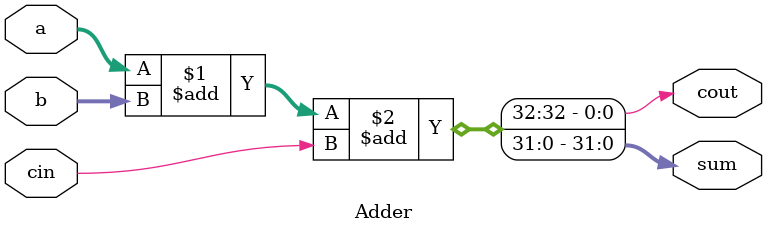
<source format=sv>

module Adder #(parameter N = 32) (a, b, cin, cout,sum);
  input logic [N-1:0] a, b;
  input logic cin;
  output logic [N-1:0] sum;
  output logic cout;
  
  assign {cout, sum} = a + b + cin;		// bit swizlling
  								
endmodule
</source>
